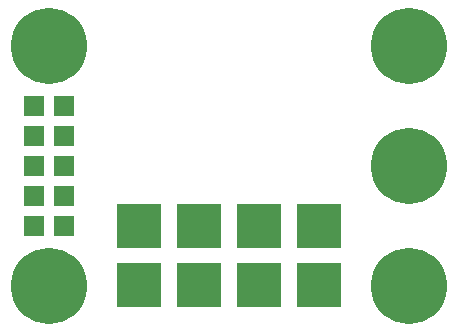
<source format=gbr>
G75*
G70*
%OFA0B0*%
%FSLAX24Y24*%
%IPPOS*%
%LPD*%
%AMOC8*
5,1,8,0,0,1.08239X$1,22.5*
%
%ADD10R,0.1500X0.1500*%
%ADD11C,0.2540*%
%ADD12R,0.0650X0.0650*%
D10*
X005680Y002711D03*
X007680Y002711D03*
X009680Y002711D03*
X011680Y002711D03*
X011680Y004680D03*
X009680Y004680D03*
X007680Y004680D03*
X005680Y004680D03*
D11*
X002680Y002680D03*
X002680Y010680D03*
X014680Y010680D03*
X014680Y006680D03*
X014680Y002680D03*
D12*
X003180Y004680D03*
X002180Y004680D03*
X002180Y005680D03*
X003180Y005680D03*
X003180Y006680D03*
X002180Y006680D03*
X002180Y007680D03*
X003180Y007680D03*
X003180Y008680D03*
X002180Y008680D03*
M02*

</source>
